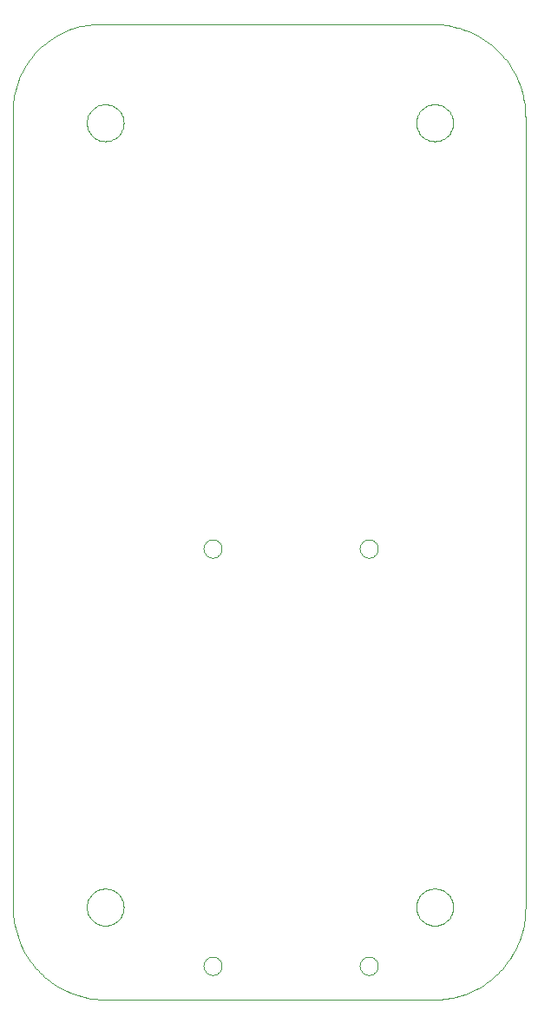
<source format=gbp>
G75*
%MOIN*%
%OFA0B0*%
%FSLAX24Y24*%
%IPPOS*%
%LPD*%
%AMOC8*
5,1,8,0,0,1.08239X$1,22.5*
%
%ADD10C,0.0000*%
D10*
X001927Y006470D02*
X001927Y036785D01*
X005076Y040328D02*
X018068Y040328D01*
X018184Y040326D01*
X018300Y040320D01*
X018415Y040311D01*
X018530Y040298D01*
X018645Y040281D01*
X018759Y040260D01*
X018873Y040235D01*
X018985Y040207D01*
X019096Y040175D01*
X019207Y040140D01*
X019316Y040101D01*
X019424Y040058D01*
X019530Y040012D01*
X019635Y039963D01*
X019738Y039910D01*
X019840Y039853D01*
X019939Y039794D01*
X020036Y039731D01*
X020132Y039665D01*
X020225Y039596D01*
X020316Y039524D01*
X020404Y039449D01*
X020490Y039371D01*
X020573Y039290D01*
X020654Y039207D01*
X020732Y039121D01*
X020807Y039033D01*
X020879Y038942D01*
X020948Y038849D01*
X021014Y038753D01*
X021077Y038656D01*
X021136Y038557D01*
X021193Y038455D01*
X021246Y038352D01*
X021295Y038247D01*
X021341Y038141D01*
X021384Y038033D01*
X021423Y037924D01*
X021458Y037813D01*
X021490Y037702D01*
X021518Y037590D01*
X021543Y037476D01*
X021564Y037362D01*
X021581Y037247D01*
X021594Y037132D01*
X021603Y037017D01*
X021609Y036901D01*
X021611Y036785D01*
X021612Y036785D02*
X021612Y006470D01*
X017418Y006470D02*
X017420Y006523D01*
X017426Y006576D01*
X017436Y006628D01*
X017449Y006679D01*
X017467Y006729D01*
X017488Y006778D01*
X017513Y006825D01*
X017541Y006869D01*
X017573Y006912D01*
X017607Y006952D01*
X017645Y006990D01*
X017685Y007024D01*
X017728Y007056D01*
X017773Y007084D01*
X017819Y007109D01*
X017868Y007130D01*
X017918Y007148D01*
X017969Y007161D01*
X018021Y007171D01*
X018074Y007177D01*
X018127Y007179D01*
X018180Y007177D01*
X018233Y007171D01*
X018285Y007161D01*
X018336Y007148D01*
X018386Y007130D01*
X018435Y007109D01*
X018482Y007084D01*
X018526Y007056D01*
X018569Y007024D01*
X018609Y006990D01*
X018647Y006952D01*
X018681Y006912D01*
X018713Y006869D01*
X018741Y006824D01*
X018766Y006778D01*
X018787Y006729D01*
X018805Y006679D01*
X018818Y006628D01*
X018828Y006576D01*
X018834Y006523D01*
X018836Y006470D01*
X018834Y006417D01*
X018828Y006364D01*
X018818Y006312D01*
X018805Y006261D01*
X018787Y006211D01*
X018766Y006162D01*
X018741Y006115D01*
X018713Y006071D01*
X018681Y006028D01*
X018647Y005988D01*
X018609Y005950D01*
X018569Y005916D01*
X018526Y005884D01*
X018481Y005856D01*
X018435Y005831D01*
X018386Y005810D01*
X018336Y005792D01*
X018285Y005779D01*
X018233Y005769D01*
X018180Y005763D01*
X018127Y005761D01*
X018074Y005763D01*
X018021Y005769D01*
X017969Y005779D01*
X017918Y005792D01*
X017868Y005810D01*
X017819Y005831D01*
X017772Y005856D01*
X017728Y005884D01*
X017685Y005916D01*
X017645Y005950D01*
X017607Y005988D01*
X017573Y006028D01*
X017541Y006071D01*
X017513Y006116D01*
X017488Y006162D01*
X017467Y006211D01*
X017449Y006261D01*
X017436Y006312D01*
X017426Y006364D01*
X017420Y006417D01*
X017418Y006470D01*
X018128Y002926D02*
X018245Y002929D01*
X018362Y002936D01*
X018479Y002947D01*
X018596Y002961D01*
X018712Y002980D01*
X018827Y003002D01*
X018941Y003029D01*
X019055Y003059D01*
X019167Y003093D01*
X019279Y003130D01*
X019388Y003172D01*
X019497Y003216D01*
X019604Y003265D01*
X019709Y003317D01*
X019813Y003373D01*
X019914Y003432D01*
X020014Y003494D01*
X020111Y003560D01*
X020206Y003629D01*
X020299Y003701D01*
X020389Y003776D01*
X020477Y003854D01*
X020562Y003935D01*
X020644Y004018D01*
X020724Y004105D01*
X020800Y004194D01*
X020874Y004285D01*
X020944Y004379D01*
X021012Y004476D01*
X021076Y004574D01*
X021136Y004675D01*
X021194Y004777D01*
X021248Y004882D01*
X021298Y004988D01*
X021345Y005095D01*
X021388Y005205D01*
X021427Y005315D01*
X021463Y005427D01*
X021495Y005540D01*
X021523Y005654D01*
X021547Y005769D01*
X021568Y005885D01*
X021584Y006001D01*
X021597Y006118D01*
X021606Y006235D01*
X021611Y006352D01*
X021612Y006470D01*
X018127Y002927D02*
X005470Y002927D01*
X004761Y006470D02*
X004763Y006523D01*
X004769Y006576D01*
X004779Y006628D01*
X004792Y006679D01*
X004810Y006729D01*
X004831Y006778D01*
X004856Y006825D01*
X004884Y006869D01*
X004916Y006912D01*
X004950Y006952D01*
X004988Y006990D01*
X005028Y007024D01*
X005071Y007056D01*
X005116Y007084D01*
X005162Y007109D01*
X005211Y007130D01*
X005261Y007148D01*
X005312Y007161D01*
X005364Y007171D01*
X005417Y007177D01*
X005470Y007179D01*
X005523Y007177D01*
X005576Y007171D01*
X005628Y007161D01*
X005679Y007148D01*
X005729Y007130D01*
X005778Y007109D01*
X005825Y007084D01*
X005869Y007056D01*
X005912Y007024D01*
X005952Y006990D01*
X005990Y006952D01*
X006024Y006912D01*
X006056Y006869D01*
X006084Y006824D01*
X006109Y006778D01*
X006130Y006729D01*
X006148Y006679D01*
X006161Y006628D01*
X006171Y006576D01*
X006177Y006523D01*
X006179Y006470D01*
X006177Y006417D01*
X006171Y006364D01*
X006161Y006312D01*
X006148Y006261D01*
X006130Y006211D01*
X006109Y006162D01*
X006084Y006115D01*
X006056Y006071D01*
X006024Y006028D01*
X005990Y005988D01*
X005952Y005950D01*
X005912Y005916D01*
X005869Y005884D01*
X005824Y005856D01*
X005778Y005831D01*
X005729Y005810D01*
X005679Y005792D01*
X005628Y005779D01*
X005576Y005769D01*
X005523Y005763D01*
X005470Y005761D01*
X005417Y005763D01*
X005364Y005769D01*
X005312Y005779D01*
X005261Y005792D01*
X005211Y005810D01*
X005162Y005831D01*
X005115Y005856D01*
X005071Y005884D01*
X005028Y005916D01*
X004988Y005950D01*
X004950Y005988D01*
X004916Y006028D01*
X004884Y006071D01*
X004856Y006116D01*
X004831Y006162D01*
X004810Y006211D01*
X004792Y006261D01*
X004779Y006312D01*
X004769Y006364D01*
X004763Y006417D01*
X004761Y006470D01*
X001927Y006470D02*
X001929Y006354D01*
X001935Y006238D01*
X001944Y006123D01*
X001957Y006008D01*
X001974Y005893D01*
X001995Y005779D01*
X002020Y005665D01*
X002048Y005553D01*
X002080Y005442D01*
X002115Y005331D01*
X002154Y005222D01*
X002197Y005114D01*
X002243Y005008D01*
X002292Y004903D01*
X002345Y004800D01*
X002402Y004698D01*
X002461Y004599D01*
X002524Y004502D01*
X002590Y004406D01*
X002659Y004313D01*
X002731Y004222D01*
X002806Y004134D01*
X002884Y004048D01*
X002965Y003965D01*
X003048Y003884D01*
X003134Y003806D01*
X003222Y003731D01*
X003313Y003659D01*
X003406Y003590D01*
X003502Y003524D01*
X003599Y003461D01*
X003699Y003402D01*
X003800Y003345D01*
X003903Y003292D01*
X004008Y003243D01*
X004114Y003197D01*
X004222Y003154D01*
X004331Y003115D01*
X004442Y003080D01*
X004553Y003048D01*
X004665Y003020D01*
X004779Y002995D01*
X004893Y002974D01*
X005008Y002957D01*
X005123Y002944D01*
X005238Y002935D01*
X005354Y002929D01*
X005470Y002927D01*
X009245Y004220D02*
X009247Y004257D01*
X009253Y004294D01*
X009263Y004330D01*
X009276Y004365D01*
X009293Y004398D01*
X009314Y004429D01*
X009338Y004457D01*
X009365Y004483D01*
X009394Y004506D01*
X009425Y004526D01*
X009459Y004542D01*
X009494Y004555D01*
X009530Y004564D01*
X009567Y004569D01*
X009604Y004570D01*
X009641Y004567D01*
X009678Y004560D01*
X009714Y004549D01*
X009748Y004535D01*
X009781Y004517D01*
X009811Y004495D01*
X009839Y004471D01*
X009864Y004443D01*
X009887Y004413D01*
X009906Y004381D01*
X009921Y004347D01*
X009933Y004312D01*
X009941Y004276D01*
X009945Y004239D01*
X009945Y004201D01*
X009941Y004164D01*
X009933Y004128D01*
X009921Y004093D01*
X009906Y004059D01*
X009887Y004027D01*
X009864Y003997D01*
X009839Y003969D01*
X009811Y003945D01*
X009781Y003923D01*
X009748Y003905D01*
X009714Y003891D01*
X009678Y003880D01*
X009641Y003873D01*
X009604Y003870D01*
X009567Y003871D01*
X009530Y003876D01*
X009494Y003885D01*
X009459Y003898D01*
X009425Y003914D01*
X009394Y003934D01*
X009365Y003957D01*
X009338Y003983D01*
X009314Y004011D01*
X009293Y004042D01*
X009276Y004075D01*
X009263Y004110D01*
X009253Y004146D01*
X009247Y004183D01*
X009245Y004220D01*
X015245Y004220D02*
X015247Y004257D01*
X015253Y004294D01*
X015263Y004330D01*
X015276Y004365D01*
X015293Y004398D01*
X015314Y004429D01*
X015338Y004457D01*
X015365Y004483D01*
X015394Y004506D01*
X015425Y004526D01*
X015459Y004542D01*
X015494Y004555D01*
X015530Y004564D01*
X015567Y004569D01*
X015604Y004570D01*
X015641Y004567D01*
X015678Y004560D01*
X015714Y004549D01*
X015748Y004535D01*
X015781Y004517D01*
X015811Y004495D01*
X015839Y004471D01*
X015864Y004443D01*
X015887Y004413D01*
X015906Y004381D01*
X015921Y004347D01*
X015933Y004312D01*
X015941Y004276D01*
X015945Y004239D01*
X015945Y004201D01*
X015941Y004164D01*
X015933Y004128D01*
X015921Y004093D01*
X015906Y004059D01*
X015887Y004027D01*
X015864Y003997D01*
X015839Y003969D01*
X015811Y003945D01*
X015781Y003923D01*
X015748Y003905D01*
X015714Y003891D01*
X015678Y003880D01*
X015641Y003873D01*
X015604Y003870D01*
X015567Y003871D01*
X015530Y003876D01*
X015494Y003885D01*
X015459Y003898D01*
X015425Y003914D01*
X015394Y003934D01*
X015365Y003957D01*
X015338Y003983D01*
X015314Y004011D01*
X015293Y004042D01*
X015276Y004075D01*
X015263Y004110D01*
X015253Y004146D01*
X015247Y004183D01*
X015245Y004220D01*
X015245Y020220D02*
X015247Y020257D01*
X015253Y020294D01*
X015263Y020330D01*
X015276Y020365D01*
X015293Y020398D01*
X015314Y020429D01*
X015338Y020457D01*
X015365Y020483D01*
X015394Y020506D01*
X015425Y020526D01*
X015459Y020542D01*
X015494Y020555D01*
X015530Y020564D01*
X015567Y020569D01*
X015604Y020570D01*
X015641Y020567D01*
X015678Y020560D01*
X015714Y020549D01*
X015748Y020535D01*
X015781Y020517D01*
X015811Y020495D01*
X015839Y020471D01*
X015864Y020443D01*
X015887Y020413D01*
X015906Y020381D01*
X015921Y020347D01*
X015933Y020312D01*
X015941Y020276D01*
X015945Y020239D01*
X015945Y020201D01*
X015941Y020164D01*
X015933Y020128D01*
X015921Y020093D01*
X015906Y020059D01*
X015887Y020027D01*
X015864Y019997D01*
X015839Y019969D01*
X015811Y019945D01*
X015781Y019923D01*
X015748Y019905D01*
X015714Y019891D01*
X015678Y019880D01*
X015641Y019873D01*
X015604Y019870D01*
X015567Y019871D01*
X015530Y019876D01*
X015494Y019885D01*
X015459Y019898D01*
X015425Y019914D01*
X015394Y019934D01*
X015365Y019957D01*
X015338Y019983D01*
X015314Y020011D01*
X015293Y020042D01*
X015276Y020075D01*
X015263Y020110D01*
X015253Y020146D01*
X015247Y020183D01*
X015245Y020220D01*
X009245Y020220D02*
X009247Y020257D01*
X009253Y020294D01*
X009263Y020330D01*
X009276Y020365D01*
X009293Y020398D01*
X009314Y020429D01*
X009338Y020457D01*
X009365Y020483D01*
X009394Y020506D01*
X009425Y020526D01*
X009459Y020542D01*
X009494Y020555D01*
X009530Y020564D01*
X009567Y020569D01*
X009604Y020570D01*
X009641Y020567D01*
X009678Y020560D01*
X009714Y020549D01*
X009748Y020535D01*
X009781Y020517D01*
X009811Y020495D01*
X009839Y020471D01*
X009864Y020443D01*
X009887Y020413D01*
X009906Y020381D01*
X009921Y020347D01*
X009933Y020312D01*
X009941Y020276D01*
X009945Y020239D01*
X009945Y020201D01*
X009941Y020164D01*
X009933Y020128D01*
X009921Y020093D01*
X009906Y020059D01*
X009887Y020027D01*
X009864Y019997D01*
X009839Y019969D01*
X009811Y019945D01*
X009781Y019923D01*
X009748Y019905D01*
X009714Y019891D01*
X009678Y019880D01*
X009641Y019873D01*
X009604Y019870D01*
X009567Y019871D01*
X009530Y019876D01*
X009494Y019885D01*
X009459Y019898D01*
X009425Y019914D01*
X009394Y019934D01*
X009365Y019957D01*
X009338Y019983D01*
X009314Y020011D01*
X009293Y020042D01*
X009276Y020075D01*
X009263Y020110D01*
X009253Y020146D01*
X009247Y020183D01*
X009245Y020220D01*
X004761Y036549D02*
X004763Y036602D01*
X004769Y036655D01*
X004779Y036707D01*
X004792Y036758D01*
X004810Y036808D01*
X004831Y036857D01*
X004856Y036904D01*
X004884Y036948D01*
X004916Y036991D01*
X004950Y037031D01*
X004988Y037069D01*
X005028Y037103D01*
X005071Y037135D01*
X005116Y037163D01*
X005162Y037188D01*
X005211Y037209D01*
X005261Y037227D01*
X005312Y037240D01*
X005364Y037250D01*
X005417Y037256D01*
X005470Y037258D01*
X005523Y037256D01*
X005576Y037250D01*
X005628Y037240D01*
X005679Y037227D01*
X005729Y037209D01*
X005778Y037188D01*
X005825Y037163D01*
X005869Y037135D01*
X005912Y037103D01*
X005952Y037069D01*
X005990Y037031D01*
X006024Y036991D01*
X006056Y036948D01*
X006084Y036903D01*
X006109Y036857D01*
X006130Y036808D01*
X006148Y036758D01*
X006161Y036707D01*
X006171Y036655D01*
X006177Y036602D01*
X006179Y036549D01*
X006177Y036496D01*
X006171Y036443D01*
X006161Y036391D01*
X006148Y036340D01*
X006130Y036290D01*
X006109Y036241D01*
X006084Y036194D01*
X006056Y036150D01*
X006024Y036107D01*
X005990Y036067D01*
X005952Y036029D01*
X005912Y035995D01*
X005869Y035963D01*
X005824Y035935D01*
X005778Y035910D01*
X005729Y035889D01*
X005679Y035871D01*
X005628Y035858D01*
X005576Y035848D01*
X005523Y035842D01*
X005470Y035840D01*
X005417Y035842D01*
X005364Y035848D01*
X005312Y035858D01*
X005261Y035871D01*
X005211Y035889D01*
X005162Y035910D01*
X005115Y035935D01*
X005071Y035963D01*
X005028Y035995D01*
X004988Y036029D01*
X004950Y036067D01*
X004916Y036107D01*
X004884Y036150D01*
X004856Y036195D01*
X004831Y036241D01*
X004810Y036290D01*
X004792Y036340D01*
X004779Y036391D01*
X004769Y036443D01*
X004763Y036496D01*
X004761Y036549D01*
X001927Y036785D02*
X001922Y036900D01*
X001921Y037014D01*
X001924Y037128D01*
X001931Y037243D01*
X001942Y037357D01*
X001957Y037470D01*
X001975Y037583D01*
X001998Y037695D01*
X002024Y037807D01*
X002054Y037917D01*
X002088Y038026D01*
X002125Y038135D01*
X002167Y038241D01*
X002211Y038347D01*
X002260Y038450D01*
X002312Y038552D01*
X002367Y038653D01*
X002426Y038751D01*
X002488Y038847D01*
X002553Y038941D01*
X002622Y039033D01*
X002693Y039122D01*
X002768Y039209D01*
X002845Y039293D01*
X002925Y039375D01*
X003009Y039453D01*
X003094Y039529D01*
X003182Y039602D01*
X003273Y039672D01*
X003366Y039739D01*
X003461Y039802D01*
X003559Y039862D01*
X003658Y039919D01*
X003759Y039973D01*
X003862Y040023D01*
X003967Y040069D01*
X004073Y040112D01*
X004181Y040151D01*
X004289Y040186D01*
X004399Y040218D01*
X004510Y040246D01*
X004622Y040270D01*
X004735Y040291D01*
X004848Y040307D01*
X004962Y040320D01*
X005076Y040328D01*
X017418Y036549D02*
X017420Y036602D01*
X017426Y036655D01*
X017436Y036707D01*
X017449Y036758D01*
X017467Y036808D01*
X017488Y036857D01*
X017513Y036904D01*
X017541Y036948D01*
X017573Y036991D01*
X017607Y037031D01*
X017645Y037069D01*
X017685Y037103D01*
X017728Y037135D01*
X017773Y037163D01*
X017819Y037188D01*
X017868Y037209D01*
X017918Y037227D01*
X017969Y037240D01*
X018021Y037250D01*
X018074Y037256D01*
X018127Y037258D01*
X018180Y037256D01*
X018233Y037250D01*
X018285Y037240D01*
X018336Y037227D01*
X018386Y037209D01*
X018435Y037188D01*
X018482Y037163D01*
X018526Y037135D01*
X018569Y037103D01*
X018609Y037069D01*
X018647Y037031D01*
X018681Y036991D01*
X018713Y036948D01*
X018741Y036903D01*
X018766Y036857D01*
X018787Y036808D01*
X018805Y036758D01*
X018818Y036707D01*
X018828Y036655D01*
X018834Y036602D01*
X018836Y036549D01*
X018834Y036496D01*
X018828Y036443D01*
X018818Y036391D01*
X018805Y036340D01*
X018787Y036290D01*
X018766Y036241D01*
X018741Y036194D01*
X018713Y036150D01*
X018681Y036107D01*
X018647Y036067D01*
X018609Y036029D01*
X018569Y035995D01*
X018526Y035963D01*
X018481Y035935D01*
X018435Y035910D01*
X018386Y035889D01*
X018336Y035871D01*
X018285Y035858D01*
X018233Y035848D01*
X018180Y035842D01*
X018127Y035840D01*
X018074Y035842D01*
X018021Y035848D01*
X017969Y035858D01*
X017918Y035871D01*
X017868Y035889D01*
X017819Y035910D01*
X017772Y035935D01*
X017728Y035963D01*
X017685Y035995D01*
X017645Y036029D01*
X017607Y036067D01*
X017573Y036107D01*
X017541Y036150D01*
X017513Y036195D01*
X017488Y036241D01*
X017467Y036290D01*
X017449Y036340D01*
X017436Y036391D01*
X017426Y036443D01*
X017420Y036496D01*
X017418Y036549D01*
M02*

</source>
